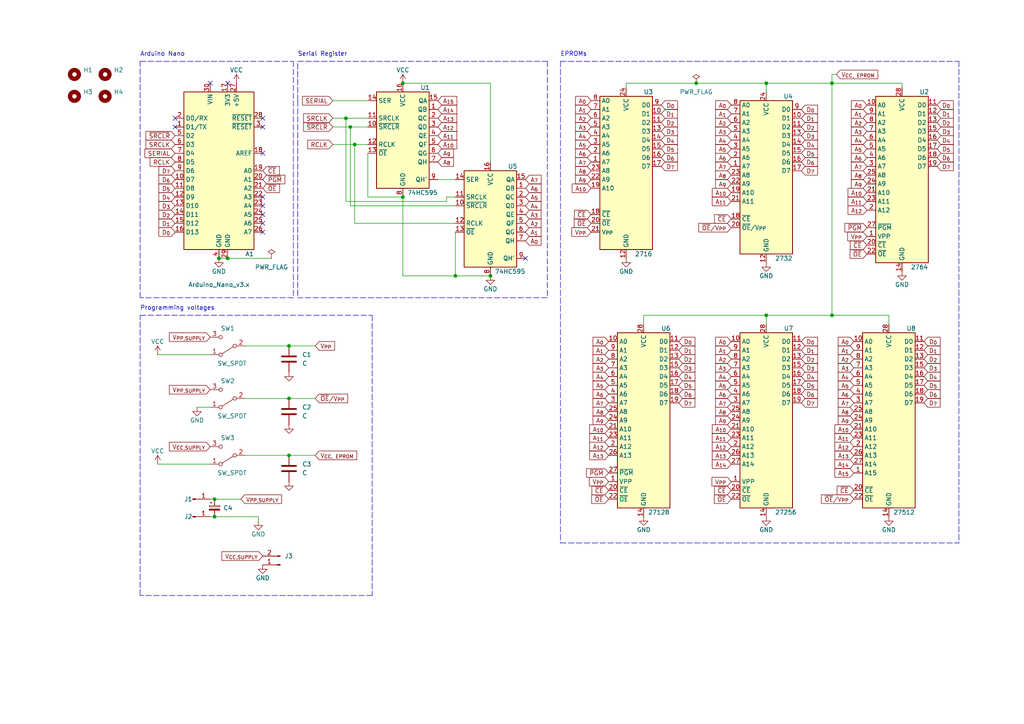
<source format=kicad_sch>
(kicad_sch (version 20211123) (generator eeschema)
  (paper "A4")
  (lib_symbols
    (symbol "74xx:74HC595"
      (property "Reference" "U" (at -7.62 13.97 0))
      (property "Value" "74HC595" (at -7.62 -16.51 0))
      (symbol "74HC595_1_0"
        (pin tri_state line (at 10.16 7.62 180) (length 2.54) (name "QB") (number "1"))
        (pin input line (at -10.16 2.54 0) (length 2.54) (name "~{SRCLR}") (number "10"))
        (pin input line (at -10.16 5.08 0) (length 2.54) (name "SRCLK") (number "11"))
        (pin input line (at -10.16 -2.54 0) (length 2.54) (name "RCLK") (number "12"))
        (pin input line (at -10.16 -5.08 0) (length 2.54) (name "~{OE}") (number "13"))
        (pin input line (at -10.16 10.16 0) (length 2.54) (name "SER") (number "14"))
        (pin tri_state line (at 10.16 10.16 180) (length 2.54) (name "QA") (number "15"))
        (pin power_in line (at 0 15.24 270) (length 2.54) (name "VCC") (number "16"))
        (pin tri_state line (at 10.16 5.08 180) (length 2.54) (name "QC") (number "2"))
        (pin tri_state line (at 10.16 2.54 180) (length 2.54) (name "QD") (number "3"))
        (pin tri_state line (at 10.16 0 180) (length 2.54) (name "QE") (number "4"))
        (pin tri_state line (at 10.16 -2.54 180) (length 2.54) (name "QF") (number "5"))
        (pin tri_state line (at 10.16 -5.08 180) (length 2.54) (name "QG") (number "6"))
        (pin tri_state line (at 10.16 -7.62 180) (length 2.54) (name "QH") (number "7"))
        (pin power_in line (at 0 -17.78 90) (length 2.54) (name "GND") (number "8"))
        (pin output line (at 10.16 -12.7 180) (length 2.54) (name "QH'") (number "9"))
      )
    )
    (symbol "Connector:Conn_01x01_Male" (pin_names (offset 1.016) hide)
      (property "Reference" "J" (at 0 2.54 0))
      (property "Value" "Conn_01x01_Male" (at 0 -2.54 0))
      (symbol "Conn_01x01_Male_1_1"
        (pin passive line (at 5.08 0 180) (length 3.81) (name "Pin_1") (number "1"))
      )
    )
    (symbol "Connector:Conn_01x02_Male" (pin_names (offset 1.016) hide)
      (property "Reference" "J" (at 0 2.54 0))
      (property "Value" "Conn_01x02_Male" (at 0 -5.08 0))
      (symbol "Conn_01x02_Male_1_1"
        (pin passive line (at 5.08 0 180) (length 3.81) (name "Pin_1") (number "1"))
        (pin passive line (at 5.08 -2.54 180) (length 3.81) (name "Pin_2") (number "2"))
      )
    )
    (symbol "Device:C" (pin_numbers hide) (pin_names (offset 0.254))
      (property "Reference" "C" (at 0.635 2.54 0))
      (property "Value" "C" (at 0.635 -2.54 0))
      (symbol "C_1_1"
        (pin passive line (at 0 3.81 270) (length 2.794) (name "~") (number "1"))
        (pin passive line (at 0 -3.81 90) (length 2.794) (name "~") (number "2"))
      )
    )
    (symbol "Device:C_Polarized_Small" (pin_numbers hide) (pin_names (offset 0.254) hide)
      (property "Reference" "C" (at 0.254 1.778 0))
      (property "Value" "C_Polarized_Small" (at 0.254 -2.032 0))
      (symbol "C_Polarized_Small_1_1"
        (pin passive line (at 0 2.54 270) (length 1.8542) (name "~") (number "1"))
        (pin passive line (at 0 -2.54 90) (length 1.8542) (name "~") (number "2"))
      )
    )
    (symbol "MCU_Module:Arduino_Nano_v3.x"
      (property "Reference" "A" (at -10.16 23.495 0))
      (property "Value" "Arduino_Nano_v3.x" (at 5.08 -24.13 0))
      (symbol "Arduino_Nano_v3.x_1_1"
        (pin bidirectional line (at -12.7 12.7 0) (length 2.54) (name "D1/TX") (number "1"))
        (pin bidirectional line (at -12.7 -2.54 0) (length 2.54) (name "D7") (number "10"))
        (pin bidirectional line (at -12.7 -5.08 0) (length 2.54) (name "D8") (number "11"))
        (pin bidirectional line (at -12.7 -7.62 0) (length 2.54) (name "D9") (number "12"))
        (pin bidirectional line (at -12.7 -10.16 0) (length 2.54) (name "D10") (number "13"))
        (pin bidirectional line (at -12.7 -12.7 0) (length 2.54) (name "D11") (number "14"))
        (pin bidirectional line (at -12.7 -15.24 0) (length 2.54) (name "D12") (number "15"))
        (pin bidirectional line (at -12.7 -17.78 0) (length 2.54) (name "D13") (number "16"))
        (pin power_out line (at 2.54 25.4 270) (length 2.54) (name "3V3") (number "17"))
        (pin input line (at 12.7 5.08 180) (length 2.54) (name "AREF") (number "18"))
        (pin bidirectional line (at 12.7 0 180) (length 2.54) (name "A0") (number "19"))
        (pin bidirectional line (at -12.7 15.24 0) (length 2.54) (name "D0/RX") (number "2"))
        (pin bidirectional line (at 12.7 -2.54 180) (length 2.54) (name "A1") (number "20"))
        (pin bidirectional line (at 12.7 -5.08 180) (length 2.54) (name "A2") (number "21"))
        (pin bidirectional line (at 12.7 -7.62 180) (length 2.54) (name "A3") (number "22"))
        (pin bidirectional line (at 12.7 -10.16 180) (length 2.54) (name "A4") (number "23"))
        (pin bidirectional line (at 12.7 -12.7 180) (length 2.54) (name "A5") (number "24"))
        (pin bidirectional line (at 12.7 -15.24 180) (length 2.54) (name "A6") (number "25"))
        (pin bidirectional line (at 12.7 -17.78 180) (length 2.54) (name "A7") (number "26"))
        (pin power_out line (at 5.08 25.4 270) (length 2.54) (name "+5V") (number "27"))
        (pin input line (at 12.7 15.24 180) (length 2.54) (name "~{RESET}") (number "28"))
        (pin power_in line (at 2.54 -25.4 90) (length 2.54) (name "GND") (number "29"))
        (pin input line (at 12.7 12.7 180) (length 2.54) (name "~{RESET}") (number "3"))
        (pin power_in line (at -2.54 25.4 270) (length 2.54) (name "VIN") (number "30"))
        (pin power_in line (at 0 -25.4 90) (length 2.54) (name "GND") (number "4"))
        (pin bidirectional line (at -12.7 10.16 0) (length 2.54) (name "D2") (number "5"))
        (pin bidirectional line (at -12.7 7.62 0) (length 2.54) (name "D3") (number "6"))
        (pin bidirectional line (at -12.7 5.08 0) (length 2.54) (name "D4") (number "7"))
        (pin bidirectional line (at -12.7 2.54 0) (length 2.54) (name "D5") (number "8"))
        (pin bidirectional line (at -12.7 0 0) (length 2.54) (name "D6") (number "9"))
      )
    )
    (symbol "Mechanical:MountingHole" (pin_names (offset 1.016))
      (property "Reference" "H" (at 0 5.08 0))
      (property "Value" "MountingHole" (at 0 3.175 0))
    )
    (symbol "Memory_EPROM:27128"
      (property "Reference" "U" (at -7.62 26.67 0))
      (property "Value" "27128" (at 2.54 -26.67 0))
      (symbol "27128_1_1"
        (pin input line (at -10.16 -17.78 0) (length 2.54) (name "VPP") (number "1"))
        (pin input line (at -10.16 22.86 0) (length 2.54) (name "A0") (number "10"))
        (pin tri_state line (at 10.16 22.86 180) (length 2.54) (name "D0") (number "11"))
        (pin tri_state line (at 10.16 20.32 180) (length 2.54) (name "D1") (number "12"))
        (pin tri_state line (at 10.16 17.78 180) (length 2.54) (name "D2") (number "13"))
        (pin power_in line (at 0 -27.94 90) (length 2.54) (name "GND") (number "14"))
        (pin tri_state line (at 10.16 15.24 180) (length 2.54) (name "D3") (number "15"))
        (pin tri_state line (at 10.16 12.7 180) (length 2.54) (name "D4") (number "16"))
        (pin tri_state line (at 10.16 10.16 180) (length 2.54) (name "D5") (number "17"))
        (pin tri_state line (at 10.16 7.62 180) (length 2.54) (name "D6") (number "18"))
        (pin tri_state line (at 10.16 5.08 180) (length 2.54) (name "D7") (number "19"))
        (pin input line (at -10.16 -7.62 0) (length 2.54) (name "A12") (number "2"))
        (pin input line (at -10.16 -20.32 0) (length 2.54) (name "~{CE}") (number "20"))
        (pin input line (at -10.16 -2.54 0) (length 2.54) (name "A10") (number "21"))
        (pin input line (at -10.16 -22.86 0) (length 2.54) (name "~{OE}") (number "22"))
        (pin input line (at -10.16 -5.08 0) (length 2.54) (name "A11") (number "23"))
        (pin input line (at -10.16 0 0) (length 2.54) (name "A9") (number "24"))
        (pin input line (at -10.16 2.54 0) (length 2.54) (name "A8") (number "25"))
        (pin input line (at -10.16 -10.16 0) (length 2.54) (name "A13") (number "26"))
        (pin input line (at -10.16 -15.24 0) (length 2.54) (name "~{PGM}") (number "27"))
        (pin power_in line (at 0 27.94 270) (length 2.54) (name "VCC") (number "28"))
        (pin input line (at -10.16 5.08 0) (length 2.54) (name "A7") (number "3"))
        (pin input line (at -10.16 7.62 0) (length 2.54) (name "A6") (number "4"))
        (pin input line (at -10.16 10.16 0) (length 2.54) (name "A5") (number "5"))
        (pin input line (at -10.16 12.7 0) (length 2.54) (name "A4") (number "6"))
        (pin input line (at -10.16 15.24 0) (length 2.54) (name "A3") (number "7"))
        (pin input line (at -10.16 17.78 0) (length 2.54) (name "A2") (number "8"))
        (pin input line (at -10.16 20.32 0) (length 2.54) (name "A1") (number "9"))
      )
    )
    (symbol "Memory_EPROM:2716"
      (property "Reference" "U" (at 5.08 26.67 0))
      (property "Value" "2716" (at 2.54 -20.32 0))
      (symbol "2716_1_1"
        (pin input line (at -10.16 6.35 0) (length 2.54) (name "A7") (number "1"))
        (pin tri_state line (at 10.16 20.32 180) (length 2.54) (name "D1") (number "10"))
        (pin tri_state line (at 10.16 17.78 180) (length 2.54) (name "D2") (number "11"))
        (pin power_in line (at 0 -21.59 90) (length 2.54) (name "GND") (number "12"))
        (pin tri_state line (at 10.16 15.24 180) (length 2.54) (name "D3") (number "13"))
        (pin tri_state line (at 10.16 12.7 180) (length 2.54) (name "D4") (number "14"))
        (pin tri_state line (at 10.16 10.16 180) (length 2.54) (name "D5") (number "15"))
        (pin tri_state line (at 10.16 7.62 180) (length 2.54) (name "D6") (number "16"))
        (pin tri_state line (at 10.16 5.08 180) (length 2.54) (name "D7") (number "17"))
        (pin input line (at -10.16 -8.89 0) (length 2.54) (name "~{CE}") (number "18"))
        (pin input line (at -10.16 -1.27 0) (length 2.54) (name "A10") (number "19"))
        (pin input line (at -10.16 8.89 0) (length 2.54) (name "A6") (number "2"))
        (pin input line (at -10.16 -11.43 0) (length 2.54) (name "~{OE}") (number "20"))
        (pin input line (at -10.16 -13.97 0) (length 2.54) (name "V_{PP}") (number "21"))
        (pin input line (at -10.16 1.27 0) (length 2.54) (name "A9") (number "22"))
        (pin input line (at -10.16 3.81 0) (length 2.54) (name "A8") (number "23"))
        (pin power_in line (at 0 27.94 270) (length 2.54) (name "VCC") (number "24"))
        (pin input line (at -10.16 11.43 0) (length 2.54) (name "A5") (number "3"))
        (pin input line (at -10.16 13.97 0) (length 2.54) (name "A4") (number "4"))
        (pin input line (at -10.16 16.51 0) (length 2.54) (name "A3") (number "5"))
        (pin input line (at -10.16 19.05 0) (length 2.54) (name "A2") (number "6"))
        (pin input line (at -10.16 21.59 0) (length 2.54) (name "A1") (number "7"))
        (pin input line (at -10.16 24.13 0) (length 2.54) (name "A0") (number "8"))
        (pin tri_state line (at 10.16 22.86 180) (length 2.54) (name "D0") (number "9"))
      )
    )
    (symbol "Memory_EPROM:27256"
      (property "Reference" "U" (at -7.62 26.67 0))
      (property "Value" "27256" (at 2.54 -26.67 0))
      (symbol "27256_1_1"
        (pin input line (at -10.16 -17.78 0) (length 2.54) (name "VPP") (number "1"))
        (pin input line (at -10.16 22.86 0) (length 2.54) (name "A0") (number "10"))
        (pin tri_state line (at 10.16 22.86 180) (length 2.54) (name "D0") (number "11"))
        (pin tri_state line (at 10.16 20.32 180) (length 2.54) (name "D1") (number "12"))
        (pin tri_state line (at 10.16 17.78 180) (length 2.54) (name "D2") (number "13"))
        (pin power_in line (at 0 -27.94 90) (length 2.54) (name "GND") (number "14"))
        (pin tri_state line (at 10.16 15.24 180) (length 2.54) (name "D3") (number "15"))
        (pin tri_state line (at 10.16 12.7 180) (length 2.54) (name "D4") (number "16"))
        (pin tri_state line (at 10.16 10.16 180) (length 2.54) (name "D5") (number "17"))
        (pin tri_state line (at 10.16 7.62 180) (length 2.54) (name "D6") (number "18"))
        (pin tri_state line (at 10.16 5.08 180) (length 2.54) (name "D7") (number "19"))
        (pin input line (at -10.16 -7.62 0) (length 2.54) (name "A12") (number "2"))
        (pin input line (at -10.16 -20.32 0) (length 2.54) (name "~{CE}") (number "20"))
        (pin input line (at -10.16 -2.54 0) (length 2.54) (name "A10") (number "21"))
        (pin input line (at -10.16 -22.86 0) (length 2.54) (name "~{OE}") (number "22"))
        (pin input line (at -10.16 -5.08 0) (length 2.54) (name "A11") (number "23"))
        (pin input line (at -10.16 0 0) (length 2.54) (name "A9") (number "24"))
        (pin input line (at -10.16 2.54 0) (length 2.54) (name "A8") (number "25"))
        (pin input line (at -10.16 -10.16 0) (length 2.54) (name "A13") (number "26"))
        (pin input line (at -10.16 -12.7 0) (length 2.54) (name "A14") (number "27"))
        (pin power_in line (at 0 27.94 270) (length 2.54) (name "VCC") (number "28"))
        (pin input line (at -10.16 5.08 0) (length 2.54) (name "A7") (number "3"))
        (pin input line (at -10.16 7.62 0) (length 2.54) (name "A6") (number "4"))
        (pin input line (at -10.16 10.16 0) (length 2.54) (name "A5") (number "5"))
        (pin input line (at -10.16 12.7 0) (length 2.54) (name "A4") (number "6"))
        (pin input line (at -10.16 15.24 0) (length 2.54) (name "A3") (number "7"))
        (pin input line (at -10.16 17.78 0) (length 2.54) (name "A2") (number "8"))
        (pin input line (at -10.16 20.32 0) (length 2.54) (name "A1") (number "9"))
      )
    )
    (symbol "Memory_EPROM:2732"
      (property "Reference" "U" (at 5.08 26.67 0))
      (property "Value" "2732" (at 2.54 -20.32 0))
      (symbol "2732_1_1"
        (pin input line (at -10.16 6.35 0) (length 2.54) (name "A7") (number "1"))
        (pin tri_state line (at 10.16 20.32 180) (length 2.54) (name "D1") (number "10"))
        (pin tri_state line (at 10.16 17.78 180) (length 2.54) (name "D2") (number "11"))
        (pin power_in line (at 0 -21.59 90) (length 2.54) (name "GND") (number "12"))
        (pin tri_state line (at 10.16 15.24 180) (length 2.54) (name "D3") (number "13"))
        (pin tri_state line (at 10.16 12.7 180) (length 2.54) (name "D4") (number "14"))
        (pin tri_state line (at 10.16 10.16 180) (length 2.54) (name "D5") (number "15"))
        (pin tri_state line (at 10.16 7.62 180) (length 2.54) (name "D6") (number "16"))
        (pin tri_state line (at 10.16 5.08 180) (length 2.54) (name "D7") (number "17"))
        (pin input line (at -10.16 -8.89 0) (length 2.54) (name "~{CE}") (number "18"))
        (pin input line (at -10.16 -1.27 0) (length 2.54) (name "A10") (number "19"))
        (pin input line (at -10.16 8.89 0) (length 2.54) (name "A6") (number "2"))
        (pin input line (at -10.16 -11.43 0) (length 2.54) (name "~{OE}/V_{PP}") (number "20"))
        (pin input line (at -10.16 -3.81 0) (length 2.54) (name "A11") (number "21"))
        (pin input line (at -10.16 1.27 0) (length 2.54) (name "A9") (number "22"))
        (pin input line (at -10.16 3.81 0) (length 2.54) (name "A8") (number "23"))
        (pin power_in line (at 0 27.94 270) (length 2.54) (name "VCC") (number "24"))
        (pin input line (at -10.16 11.43 0) (length 2.54) (name "A5") (number "3"))
        (pin input line (at -10.16 13.97 0) (length 2.54) (name "A4") (number "4"))
        (pin input line (at -10.16 16.51 0) (length 2.54) (name "A3") (number "5"))
        (pin input line (at -10.16 19.05 0) (length 2.54) (name "A2") (number "6"))
        (pin input line (at -10.16 21.59 0) (length 2.54) (name "A1") (number "7"))
        (pin input line (at -10.16 24.13 0) (length 2.54) (name "A0") (number "8"))
        (pin tri_state line (at 10.16 22.86 180) (length 2.54) (name "D0") (number "9"))
      )
    )
    (symbol "Memory_EPROM:27512"
      (property "Reference" "U" (at -7.62 26.67 0))
      (property "Value" "27512" (at 2.54 -26.67 0))
      (symbol "27512_1_1"
        (pin input line (at -10.16 -15.24 0) (length 2.54) (name "A15") (number "1"))
        (pin input line (at -10.16 22.86 0) (length 2.54) (name "A0") (number "10"))
        (pin tri_state line (at 10.16 22.86 180) (length 2.54) (name "D0") (number "11"))
        (pin tri_state line (at 10.16 20.32 180) (length 2.54) (name "D1") (number "12"))
        (pin tri_state line (at 10.16 17.78 180) (length 2.54) (name "D2") (number "13"))
        (pin power_in line (at 0 -27.94 90) (length 2.54) (name "GND") (number "14"))
        (pin tri_state line (at 10.16 15.24 180) (length 2.54) (name "D3") (number "15"))
        (pin tri_state line (at 10.16 12.7 180) (length 2.54) (name "D4") (number "16"))
        (pin tri_state line (at 10.16 10.16 180) (length 2.54) (name "D5") (number "17"))
        (pin tri_state line (at 10.16 7.62 180) (length 2.54) (name "D6") (number "18"))
        (pin tri_state line (at 10.16 5.08 180) (length 2.54) (name "D7") (number "19"))
        (pin input line (at -10.16 -7.62 0) (length 2.54) (name "A12") (number "2"))
        (pin input line (at -10.16 -20.32 0) (length 2.54) (name "~{CE}") (number "20"))
        (pin input line (at -10.16 -2.54 0) (length 2.54) (name "A10") (number "21"))
        (pin input line (at -10.16 -22.86 0) (length 2.54) (name "~{OE}") (number "22"))
        (pin input line (at -10.16 -5.08 0) (length 2.54) (name "A11") (number "23"))
        (pin input line (at -10.16 0 0) (length 2.54) (name "A9") (number "24"))
        (pin input line (at -10.16 2.54 0) (length 2.54) (name "A8") (number "25"))
        (pin input line (at -10.16 -10.16 0) (length 2.54) (name "A13") (number "26"))
        (pin input line (at -10.16 -12.7 0) (length 2.54) (name "A14") (number "27"))
        (pin power_in line (at 0 27.94 270) (length 2.54) (name "VCC") (number "28"))
        (pin input line (at -10.16 5.08 0) (length 2.54) (name "A7") (number "3"))
        (pin input line (at -10.16 7.62 0) (length 2.54) (name "A6") (number "4"))
        (pin input line (at -10.16 10.16 0) (length 2.54) (name "A5") (number "5"))
        (pin input line (at -10.16 12.7 0) (length 2.54) (name "A4") (number "6"))
        (pin input line (at -10.16 15.24 0) (length 2.54) (name "A3") (number "7"))
        (pin input line (at -10.16 17.78 0) (length 2.54) (name "A2") (number "8"))
        (pin input line (at -10.16 20.32 0) (length 2.54) (name "A1") (number "9"))
      )
    )
    (symbol "Memory_EPROM:2764"
      (property "Reference" "U" (at -7.62 24.13 0))
      (property "Value" "2764" (at 2.54 -26.67 0))
      (symbol "2764_1_1"
        (pin input line (at -10.16 -17.78 0) (length 2.54) (name "VPP") (number "1"))
        (pin input line (at -10.16 20.32 0) (length 2.54) (name "A0") (number "10"))
        (pin tri_state line (at 10.16 20.32 180) (length 2.54) (name "D0") (number "11"))
        (pin tri_state line (at 10.16 17.78 180) (length 2.54) (name "D1") (number "12"))
        (pin tri_state line (at 10.16 15.24 180) (length 2.54) (name "D2") (number "13"))
        (pin power_in line (at 0 -27.94 90) (length 2.54) (name "GND") (number "14"))
        (pin tri_state line (at 10.16 12.7 180) (length 2.54) (name "D3") (number "15"))
        (pin tri_state line (at 10.16 10.16 180) (length 2.54) (name "D4") (number "16"))
        (pin tri_state line (at 10.16 7.62 180) (length 2.54) (name "D5") (number "17"))
        (pin tri_state line (at 10.16 5.08 180) (length 2.54) (name "D6") (number "18"))
        (pin tri_state line (at 10.16 2.54 180) (length 2.54) (name "D7") (number "19"))
        (pin input line (at -10.16 -10.16 0) (length 2.54) (name "A12") (number "2"))
        (pin input line (at -10.16 -20.32 0) (length 2.54) (name "~{CE}") (number "20"))
        (pin input line (at -10.16 -5.08 0) (length 2.54) (name "A10") (number "21"))
        (pin input line (at -10.16 -22.86 0) (length 2.54) (name "~{OE}") (number "22"))
        (pin input line (at -10.16 -7.62 0) (length 2.54) (name "A11") (number "23"))
        (pin input line (at -10.16 -2.54 0) (length 2.54) (name "A9") (number "24"))
        (pin input line (at -10.16 0 0) (length 2.54) (name "A8") (number "25"))
        (pin no_connect line (at 7.62 0 180) (length 2.54) hide (name "NC") (number "26"))
        (pin input line (at -10.16 -15.24 0) (length 2.54) (name "~{PGM}") (number "27"))
        (pin power_in line (at 0 25.4 270) (length 2.54) (name "VCC") (number "28"))
        (pin input line (at -10.16 2.54 0) (length 2.54) (name "A7") (number "3"))
        (pin input line (at -10.16 5.08 0) (length 2.54) (name "A6") (number "4"))
        (pin input line (at -10.16 7.62 0) (length 2.54) (name "A5") (number "5"))
        (pin input line (at -10.16 10.16 0) (length 2.54) (name "A4") (number "6"))
        (pin input line (at -10.16 12.7 0) (length 2.54) (name "A3") (number "7"))
        (pin input line (at -10.16 15.24 0) (length 2.54) (name "A2") (number "8"))
        (pin input line (at -10.16 17.78 0) (length 2.54) (name "A1") (number "9"))
      )
    )
    (symbol "Switch:SW_SPDT" (pin_names (offset 0) hide)
      (property "Reference" "SW" (at 0 4.318 0))
      (property "Value" "SW_SPDT" (at 0 -5.08 0))
      (symbol "SW_SPDT_1_1"
        (pin passive line (at 5.08 2.54 180) (length 2.54) (name "A") (number "1"))
        (pin passive line (at -5.08 0 0) (length 2.54) (name "B") (number "2"))
        (pin passive line (at 5.08 -2.54 180) (length 2.54) (name "C") (number "3"))
      )
    )
    (symbol "power:GND" (power) (pin_names (offset 0))
      (property "Value" "GND" (at 0 -3.81 0))
      (symbol "GND_1_1"
        (pin power_in line (at 0 0 270) (length 0) hide (name "GND") (number "1"))
      )
    )
    (symbol "power:PWR_FLAG" (power) (pin_numbers hide) (pin_names (offset 0) hide)
      (property "Value" "PWR_FLAG" (at 0 3.81 0))
      (symbol "PWR_FLAG_0_0"
        (pin power_out line (at 0 0 90) (length 0) (name "pwr") (number "1"))
      )
    )
    (symbol "power:VCC" (power) (pin_names (offset 0))
      (property "Value" "VCC" (at 0 3.81 0))
      (symbol "VCC_1_1"
        (pin power_in line (at 0 0 90) (length 0) hide (name "VCC") (number "1"))
      )
    )
  )
  (junction (at 241.3 24.13))
  (junction (at 222.25 91.44))
  (junction (at 66.04 74.93))
  (junction (at 132.08 80.01))
  (junction (at 62.23 149.86))
  (junction (at 83.82 132.08))
  (junction (at 83.82 100.33))
  (junction (at 102.87 41.91))
  (junction (at 116.84 24.13))
  (junction (at 116.84 57.15))
  (junction (at 101.6 36.83))
  (junction (at 222.25 24.13))
  (junction (at 83.82 115.57))
  (junction (at 241.3 91.44))
  (junction (at 201.93 24.13))
  (junction (at 142.24 80.01))
  (junction (at 63.5 74.93))
  (junction (at 62.23 144.78))
  (junction (at 100.33 34.29))
  (no_connect (at 76.2 36.83))
  (no_connect (at 76.2 64.77))
  (no_connect (at 66.04 24.13))
  (no_connect (at 76.2 62.23))
  (no_connect (at 76.2 44.45))
  (no_connect (at 76.2 57.15))
  (no_connect (at 50.8 36.83))
  (no_connect (at 76.2 67.31))
  (no_connect (at 76.2 59.69))
  (no_connect (at 60.96 24.13))
  (no_connect (at 152.4 74.93))
  (no_connect (at 76.2 34.29))
  (no_connect (at 50.8 34.29))
  (wire (pts (xy 63.5 74.93) (xy 66.04 74.93)))
  (wire (pts (xy 102.87 64.77) (xy 102.87 41.91)))
  (wire (pts (xy 132.08 57.15) (xy 129.54 57.15)))
  (wire (pts (xy 132.08 59.69) (xy 101.6 59.69)))
  (polyline (pts (xy 40.64 17.78) (xy 85.09 17.78)))
  (wire (pts (xy 71.12 100.33) (xy 83.82 100.33)))
  (wire (pts (xy 241.3 21.59) (xy 241.3 24.13)))
  (wire (pts (xy 261.62 25.4) (xy 261.62 24.13)))
  (polyline (pts (xy 86.36 29.21) (xy 86.36 86.36)))
  (wire (pts (xy 129.54 57.15) (xy 129.54 58.42)))
  (wire (pts (xy 142.24 24.13) (xy 116.84 24.13)))
  (polyline (pts (xy 40.64 91.44) (xy 107.95 91.44)))
  (wire (pts (xy 257.81 91.44) (xy 257.81 93.98)))
  (wire (pts (xy 45.72 102.87) (xy 60.96 102.87)))
  (wire (pts (xy 186.69 91.44) (xy 222.25 91.44)))
  (wire (pts (xy 132.08 64.77) (xy 102.87 64.77)))
  (polyline (pts (xy 85.09 86.36) (xy 40.64 86.36)))
  (wire (pts (xy 60.96 144.78) (xy 62.23 144.78)))
  (polyline (pts (xy 278.13 17.78) (xy 278.13 157.48)))
  (wire (pts (xy 91.44 132.08) (xy 83.82 132.08)))
  (wire (pts (xy 96.52 29.21) (xy 106.68 29.21)))
  (wire (pts (xy 62.23 144.78) (xy 69.85 144.78)))
  (polyline (pts (xy 86.36 29.21) (xy 86.36 17.78)))
  (wire (pts (xy 57.15 118.11) (xy 60.96 118.11)))
  (wire (pts (xy 186.69 93.98) (xy 186.69 91.44)))
  (wire (pts (xy 106.68 57.15) (xy 116.84 57.15)))
  (wire (pts (xy 242.57 21.59) (xy 241.3 21.59)))
  (wire (pts (xy 116.84 57.15) (xy 116.84 80.01)))
  (wire (pts (xy 142.24 46.99) (xy 142.24 24.13)))
  (wire (pts (xy 96.52 41.91) (xy 102.87 41.91)))
  (polyline (pts (xy 86.36 17.78) (xy 158.75 17.78)))
  (wire (pts (xy 181.61 24.13) (xy 181.61 25.4)))
  (wire (pts (xy 241.3 91.44) (xy 257.81 91.44)))
  (wire (pts (xy 106.68 44.45) (xy 106.68 57.15)))
  (wire (pts (xy 96.52 34.29) (xy 100.33 34.29)))
  (wire (pts (xy 241.3 24.13) (xy 241.3 91.44)))
  (wire (pts (xy 60.96 149.86) (xy 62.23 149.86)))
  (wire (pts (xy 116.84 80.01) (xy 132.08 80.01)))
  (wire (pts (xy 71.12 115.57) (xy 83.82 115.57)))
  (wire (pts (xy 74.93 151.13) (xy 74.93 149.86)))
  (wire (pts (xy 129.54 58.42) (xy 100.33 58.42)))
  (wire (pts (xy 222.25 24.13) (xy 201.93 24.13)))
  (wire (pts (xy 222.25 91.44) (xy 241.3 91.44)))
  (wire (pts (xy 45.72 134.62) (xy 60.96 134.62)))
  (polyline (pts (xy 40.64 44.45) (xy 40.64 17.78)))
  (wire (pts (xy 201.93 24.13) (xy 181.61 24.13)))
  (wire (pts (xy 62.23 149.86) (xy 74.93 149.86)))
  (polyline (pts (xy 162.56 17.78) (xy 278.13 17.78)))
  (wire (pts (xy 91.44 115.57) (xy 83.82 115.57)))
  (wire (pts (xy 102.87 41.91) (xy 106.68 41.91)))
  (wire (pts (xy 100.33 34.29) (xy 106.68 34.29)))
  (wire (pts (xy 132.08 67.31) (xy 132.08 80.01)))
  (wire (pts (xy 96.52 36.83) (xy 101.6 36.83)))
  (polyline (pts (xy 158.75 17.78) (xy 158.75 86.36)))
  (polyline (pts (xy 40.64 172.72) (xy 40.64 91.44)))
  (wire (pts (xy 222.25 26.67) (xy 222.25 24.13)))
  (polyline (pts (xy 107.95 172.72) (xy 40.64 172.72)))
  (polyline (pts (xy 107.95 91.44) (xy 107.95 172.72)))
  (wire (pts (xy 101.6 59.69) (xy 101.6 36.83)))
  (wire (pts (xy 66.04 74.93) (xy 78.74 74.93)))
  (wire (pts (xy 132.08 80.01) (xy 142.24 80.01)))
  (wire (pts (xy 100.33 34.29) (xy 100.33 58.42)))
  (wire (pts (xy 127 52.07) (xy 132.08 52.07)))
  (wire (pts (xy 222.25 24.13) (xy 241.3 24.13)))
  (polyline (pts (xy 162.56 157.48) (xy 278.13 157.48)))
  (wire (pts (xy 222.25 91.44) (xy 222.25 93.98)))
  (wire (pts (xy 241.3 24.13) (xy 261.62 24.13)))
  (polyline (pts (xy 40.64 86.36) (xy 40.64 44.45)))
  (wire (pts (xy 101.6 36.83) (xy 106.68 36.83)))
  (wire (pts (xy 91.44 100.33) (xy 83.82 100.33)))
  (polyline (pts (xy 158.75 86.36) (xy 86.36 86.36)))
  (polyline (pts (xy 85.09 17.78) (xy 85.09 86.36)))
  (polyline (pts (xy 162.56 17.78) (xy 162.56 157.48)))
  (wire (pts (xy 71.12 132.08) (xy 83.82 132.08)))
  (text "EPROMs" (at 162.56 16.51 0) (effects (font (size 1.27 1.27)) (justify left bottom)))
  (text "Serial Register" (at 86.36 16.51 0) (effects (font (size 1.27 1.27)) (justify left bottom)))
  (text "Programming voltages" (at 40.64 90.17 0) (effects (font (size 1.27 1.27)) (justify left bottom)))
  (text "Arduino Nano" (at 40.64 16.51 0) (effects (font (size 1.27 1.27)) (justify left bottom)))
  (global_label "~{CE}" (shape input) (at 247.65 142.24 180) (property "Intersheet References" "${INTERSHEET_REFS}" (effects hide)))
  (global_label "A_{14}" (shape input) (at 212.09 134.62 180) (property "Intersheet References" "${INTERSHEET_REFS}" (effects hide)))
  (global_label "A_{2}" (shape input) (at 251.46 35.56 180) (property "Intersheet References" "${INTERSHEET_REFS}" (effects hide)))
  (global_label "A_{15}" (shape input) (at 247.65 137.16 180) (property "Intersheet References" "${INTERSHEET_REFS}" (effects hide)))
  (global_label "D_{7}" (shape input) (at 271.78 48.26 0) (property "Intersheet References" "${INTERSHEET_REFS}" (effects hide)))
  (global_label "RCLK" (shape input) (at 96.52 41.91 180) (property "Intersheet References" "${INTERSHEET_REFS}" (effects hide)))
  (global_label "A_{12}" (shape input) (at 247.65 129.54 180) (property "Intersheet References" "${INTERSHEET_REFS}" (effects hide)))
  (global_label "A_{6}" (shape input) (at 152.4 54.61 0) (property "Intersheet References" "${INTERSHEET_REFS}" (effects hide)))
  (global_label "A_{13}" (shape input) (at 127 34.29 0) (property "Intersheet References" "${INTERSHEET_REFS}" (effects hide)))
  (global_label "~{OE}" (shape input) (at 171.45 64.77 180) (property "Intersheet References" "${INTERSHEET_REFS}" (effects hide)))
  (global_label "A_{12}" (shape input) (at 127 36.83 0) (property "Intersheet References" "${INTERSHEET_REFS}" (effects hide)))
  (global_label "D_{7}" (shape input) (at 50.8 49.53 180) (property "Intersheet References" "${INTERSHEET_REFS}" (effects hide)))
  (global_label "A_{8}" (shape input) (at 127 46.99 0) (property "Intersheet References" "${INTERSHEET_REFS}" (effects hide)))
  (global_label "V_{CC,SUPPLY}" (shape input) (at 76.2 161.29 180) (property "Intersheet References" "${INTERSHEET_REFS}" (effects hide)))
  (global_label "A_{9}" (shape input) (at 171.45 52.07 180) (property "Intersheet References" "${INTERSHEET_REFS}" (effects hide)))
  (global_label "A_{8}" (shape input) (at 247.65 119.38 180) (property "Intersheet References" "${INTERSHEET_REFS}" (effects hide)))
  (global_label "A_{3}" (shape input) (at 176.53 106.68 180) (property "Intersheet References" "${INTERSHEET_REFS}" (effects hide)))
  (global_label "D_{0}" (shape input) (at 271.78 30.48 0) (property "Intersheet References" "${INTERSHEET_REFS}" (effects hide)))
  (global_label "A_{4}" (shape input) (at 152.4 59.69 0) (property "Intersheet References" "${INTERSHEET_REFS}" (effects hide)))
  (global_label "~{CE}" (shape input) (at 171.45 62.23 180) (property "Intersheet References" "${INTERSHEET_REFS}" (effects hide)))
  (global_label "A_{1}" (shape input) (at 247.65 101.6 180) (property "Intersheet References" "${INTERSHEET_REFS}" (effects hide)))
  (global_label "D_{1}" (shape input) (at 232.41 101.6 0) (property "Intersheet References" "${INTERSHEET_REFS}" (effects hide)))
  (global_label "SERIAL" (shape input) (at 96.52 29.21 180) (property "Intersheet References" "${INTERSHEET_REFS}" (effects hide)))
  (global_label "RCLK" (shape input) (at 50.8 46.99 180) (property "Intersheet References" "${INTERSHEET_REFS}" (effects hide)))
  (global_label "D_{6}" (shape input) (at 267.97 114.3 0) (property "Intersheet References" "${INTERSHEET_REFS}" (effects hide)))
  (global_label "A_{12}" (shape input) (at 176.53 129.54 180) (property "Intersheet References" "${INTERSHEET_REFS}" (effects hide)))
  (global_label "A_{7}" (shape input) (at 176.53 116.84 180) (property "Intersheet References" "${INTERSHEET_REFS}" (effects hide)))
  (global_label "A_{9}" (shape input) (at 212.09 121.92 180) (property "Intersheet References" "${INTERSHEET_REFS}" (effects hide)))
  (global_label "A_{10}" (shape input) (at 176.53 124.46 180) (property "Intersheet References" "${INTERSHEET_REFS}" (effects hide)))
  (global_label "A_{1}" (shape input) (at 176.53 101.6 180) (property "Intersheet References" "${INTERSHEET_REFS}" (effects hide)))
  (global_label "~{PGM}" (shape input) (at 176.53 137.16 180) (property "Intersheet References" "${INTERSHEET_REFS}" (effects hide)))
  (global_label "A_{1}" (shape input) (at 171.45 31.75 180) (property "Intersheet References" "${INTERSHEET_REFS}" (effects hide)))
  (global_label "~{CE}" (shape input) (at 212.09 142.24 180) (property "Intersheet References" "${INTERSHEET_REFS}" (effects hide)))
  (global_label "A_{8}" (shape input) (at 171.45 49.53 180) (property "Intersheet References" "${INTERSHEET_REFS}" (effects hide)))
  (global_label "A_{2}" (shape input) (at 171.45 34.29 180) (property "Intersheet References" "${INTERSHEET_REFS}" (effects hide)))
  (global_label "A_{3}" (shape input) (at 152.4 62.23 0) (property "Intersheet References" "${INTERSHEET_REFS}" (effects hide)))
  (global_label "D_{7}" (shape input) (at 191.77 48.26 0) (property "Intersheet References" "${INTERSHEET_REFS}" (effects hide)))
  (global_label "A_{9}" (shape input) (at 127 44.45 0) (property "Intersheet References" "${INTERSHEET_REFS}" (effects hide)))
  (global_label "A_{5}" (shape input) (at 171.45 41.91 180) (property "Intersheet References" "${INTERSHEET_REFS}" (effects hide)))
  (global_label "A_{6}" (shape input) (at 171.45 44.45 180) (property "Intersheet References" "${INTERSHEET_REFS}" (effects hide)))
  (global_label "A_{8}" (shape input) (at 176.53 119.38 180) (property "Intersheet References" "${INTERSHEET_REFS}" (effects hide)))
  (global_label "A_{4}" (shape input) (at 247.65 109.22 180) (property "Intersheet References" "${INTERSHEET_REFS}" (effects hide)))
  (global_label "SRCLK" (shape input) (at 96.52 34.29 180) (property "Intersheet References" "${INTERSHEET_REFS}" (effects hide)))
  (global_label "V_{PP}" (shape input) (at 91.44 100.33 0) (property "Intersheet References" "${INTERSHEET_REFS}" (effects hide)))
  (global_label "A_{5}" (shape input) (at 152.4 57.15 0) (property "Intersheet References" "${INTERSHEET_REFS}" (effects hide)))
  (global_label "D_{4}" (shape input) (at 232.41 109.22 0) (property "Intersheet References" "${INTERSHEET_REFS}" (effects hide)))
  (global_label "A_{4}" (shape input) (at 212.09 40.64 180) (property "Intersheet References" "${INTERSHEET_REFS}" (effects hide)))
  (global_label "D_{6}" (shape input) (at 232.41 46.99 0) (property "Intersheet References" "${INTERSHEET_REFS}" (effects hide)))
  (global_label "D_{6}" (shape input) (at 232.41 114.3 0) (property "Intersheet References" "${INTERSHEET_REFS}" (effects hide)))
  (global_label "~{OE}" (shape input) (at 251.46 73.66 180) (property "Intersheet References" "${INTERSHEET_REFS}" (effects hide)))
  (global_label "D_{2}" (shape input) (at 196.85 104.14 0) (property "Intersheet References" "${INTERSHEET_REFS}" (effects hide)))
  (global_label "A_{2}" (shape input) (at 212.09 35.56 180) (property "Intersheet References" "${INTERSHEET_REFS}" (effects hide)))
  (global_label "A_{12}" (shape input) (at 212.09 129.54 180) (property "Intersheet References" "${INTERSHEET_REFS}" (effects hide)))
  (global_label "V_{PP,SUPPLY}" (shape input) (at 60.96 113.03 180) (property "Intersheet References" "${INTERSHEET_REFS}" (effects hide)))
  (global_label "~{OE}" (shape input) (at 176.53 144.78 180) (property "Intersheet References" "${INTERSHEET_REFS}" (effects hide)))
  (global_label "D_{7}" (shape input) (at 267.97 116.84 0) (property "Intersheet References" "${INTERSHEET_REFS}" (effects hide)))
  (global_label "A_{6}" (shape input) (at 212.09 114.3 180) (property "Intersheet References" "${INTERSHEET_REFS}" (effects hide)))
  (global_label "A_{15}" (shape input) (at 127 29.21 0) (property "Intersheet References" "${INTERSHEET_REFS}" (effects hide)))
  (global_label "A_{13}" (shape input) (at 212.09 132.08 180) (property "Intersheet References" "${INTERSHEET_REFS}" (effects hide)))
  (global_label "A_{10}" (shape input) (at 212.09 55.88 180) (property "Intersheet References" "${INTERSHEET_REFS}" (effects hide)))
  (global_label "A_{7}" (shape input) (at 152.4 52.07 0) (property "Intersheet References" "${INTERSHEET_REFS}" (effects hide)))
  (global_label "~{OE}" (shape input) (at 212.09 144.78 180) (property "Intersheet References" "${INTERSHEET_REFS}" (effects hide)))
  (global_label "~{OE}{slash}V_{PP}" (shape input) (at 91.44 115.57 0) (property "Intersheet References" "${INTERSHEET_REFS}" (effects hide)))
  (global_label "D_{3}" (shape input) (at 191.77 38.1 0) (property "Intersheet References" "${INTERSHEET_REFS}" (effects hide)))
  (global_label "A_{9}" (shape input) (at 247.65 121.92 180) (property "Intersheet References" "${INTERSHEET_REFS}" (effects hide)))
  (global_label "A_{1}" (shape input) (at 212.09 33.02 180) (property "Intersheet References" "${INTERSHEET_REFS}" (effects hide)))
  (global_label "D_{5}" (shape input) (at 50.8 54.61 180) (property "Intersheet References" "${INTERSHEET_REFS}" (effects hide)))
  (global_label "A_{11}" (shape input) (at 212.09 58.42 180) (property "Intersheet References" "${INTERSHEET_REFS}" (effects hide)))
  (global_label "D_{4}" (shape input) (at 196.85 109.22 0) (property "Intersheet References" "${INTERSHEET_REFS}" (effects hide)))
  (global_label "D_{3}" (shape input) (at 232.41 106.68 0) (property "Intersheet References" "${INTERSHEET_REFS}" (effects hide)))
  (global_label "A_{14}" (shape input) (at 247.65 134.62 180) (property "Intersheet References" "${INTERSHEET_REFS}" (effects hide)))
  (global_label "A_{11}" (shape input) (at 127 39.37 0) (property "Intersheet References" "${INTERSHEET_REFS}" (effects hide)))
  (global_label "D_{3}" (shape input) (at 271.78 38.1 0) (property "Intersheet References" "${INTERSHEET_REFS}" (effects hide)))
  (global_label "D_{3}" (shape input) (at 50.8 59.69 180) (property "Intersheet References" "${INTERSHEET_REFS}" (effects hide)))
  (global_label "D_{5}" (shape input) (at 232.41 44.45 0) (property "Intersheet References" "${INTERSHEET_REFS}" (effects hide)))
  (global_label "A_{4}" (shape input) (at 176.53 109.22 180) (property "Intersheet References" "${INTERSHEET_REFS}" (effects hide)))
  (global_label "~{OE}" (shape input) (at 76.2 54.61 0) (property "Intersheet References" "${INTERSHEET_REFS}" (effects hide)))
  (global_label "A_{5}" (shape input) (at 212.09 111.76 180) (property "Intersheet References" "${INTERSHEET_REFS}" (effects hide)))
  (global_label "A_{11}" (shape input) (at 176.53 127 180) (property "Intersheet References" "${INTERSHEET_REFS}" (effects hide)))
  (global_label "D_{3}" (shape input) (at 232.41 39.37 0) (property "Intersheet References" "${INTERSHEET_REFS}" (effects hide)))
  (global_label "V_{CC, EPROM}" (shape input) (at 242.57 21.59 0) (property "Intersheet References" "${INTERSHEET_REFS}" (effects hide)))
  (global_label "A_{10}" (shape input) (at 212.09 124.46 180) (property "Intersheet References" "${INTERSHEET_REFS}" (effects hide)))
  (global_label "D_{5}" (shape input) (at 267.97 111.76 0) (property "Intersheet References" "${INTERSHEET_REFS}" (effects hide)))
  (global_label "D_{5}" (shape input) (at 271.78 43.18 0) (property "Intersheet References" "${INTERSHEET_REFS}" (effects hide)))
  (global_label "~{CE}" (shape input) (at 76.2 49.53 0) (property "Intersheet References" "${INTERSHEET_REFS}" (effects hide)))
  (global_label "SERIAL" (shape input) (at 50.8 44.45 180) (property "Intersheet References" "${INTERSHEET_REFS}" (effects hide)))
  (global_label "A_{5}" (shape input) (at 212.09 43.18 180) (property "Intersheet References" "${INTERSHEET_REFS}" (effects hide)))
  (global_label "D_{2}" (shape input) (at 191.77 35.56 0) (property "Intersheet References" "${INTERSHEET_REFS}" (effects hide)))
  (global_label "~{OE}{slash}V_{PP}" (shape input) (at 247.65 144.78 180) (property "Intersheet References" "${INTERSHEET_REFS}" (effects hide)))
  (global_label "D_{1}" (shape input) (at 271.78 33.02 0) (property "Intersheet References" "${INTERSHEET_REFS}" (effects hide)))
  (global_label "A_{11}" (shape input) (at 251.46 58.42 180) (property "Intersheet References" "${INTERSHEET_REFS}" (effects hide)))
  (global_label "A_{3}" (shape input) (at 212.09 38.1 180) (property "Intersheet References" "${INTERSHEET_REFS}" (effects hide)))
  (global_label "A_{10}" (shape input) (at 251.46 55.88 180) (property "Intersheet References" "${INTERSHEET_REFS}" (effects hide)))
  (global_label "D_{5}" (shape input) (at 196.85 111.76 0) (property "Intersheet References" "${INTERSHEET_REFS}" (effects hide)))
  (global_label "D_{2}" (shape input) (at 271.78 35.56 0) (property "Intersheet References" "${INTERSHEET_REFS}" (effects hide)))
  (global_label "V_{CC,SUPPLY}" (shape input) (at 60.96 129.54 180) (property "Intersheet References" "${INTERSHEET_REFS}" (effects hide)))
  (global_label "D_{6}" (shape input) (at 271.78 45.72 0) (property "Intersheet References" "${INTERSHEET_REFS}" (effects hide)))
  (global_label "A_{0}" (shape input) (at 176.53 99.06 180) (property "Intersheet References" "${INTERSHEET_REFS}" (effects hide)))
  (global_label "V_{PP}" (shape input) (at 171.45 67.31 180) (property "Intersheet References" "${INTERSHEET_REFS}" (effects hide)))
  (global_label "A_{9}" (shape input) (at 251.46 53.34 180) (property "Intersheet References" "${INTERSHEET_REFS}" (effects hide)))
  (global_label "D_{4}" (shape input) (at 50.8 57.15 180) (property "Intersheet References" "${INTERSHEET_REFS}" (effects hide)))
  (global_label "A_{7}" (shape input) (at 171.45 46.99 180) (property "Intersheet References" "${INTERSHEET_REFS}" (effects hide)))
  (global_label "~{SRCLR}" (shape input) (at 50.8 39.37 180) (property "Intersheet References" "${INTERSHEET_REFS}" (effects hide)))
  (global_label "V_{CC, EPROM}" (shape input) (at 91.44 132.08 0) (property "Intersheet References" "${INTERSHEET_REFS}" (effects hide)))
  (global_label "A_{6}" (shape input) (at 247.65 114.3 180) (property "Intersheet References" "${INTERSHEET_REFS}" (effects hide)))
  (global_label "A_{9}" (shape input) (at 212.09 53.34 180) (property "Intersheet References" "${INTERSHEET_REFS}" (effects hide)))
  (global_label "~{PGM}" (shape input) (at 251.46 66.04 180) (property "Intersheet References" "${INTERSHEET_REFS}" (effects hide)))
  (global_label "A_{1}" (shape input) (at 251.46 33.02 180) (property "Intersheet References" "${INTERSHEET_REFS}" (effects hide)))
  (global_label "A_{4}" (shape input) (at 251.46 40.64 180) (property "Intersheet References" "${INTERSHEET_REFS}" (effects hide)))
  (global_label "A_{10}" (shape input) (at 171.45 54.61 180) (property "Intersheet References" "${INTERSHEET_REFS}" (effects hide)))
  (global_label "A_{10}" (shape input) (at 127 41.91 0) (property "Intersheet References" "${INTERSHEET_REFS}" (effects hide)))
  (global_label "~{SRCLR}" (shape input) (at 96.52 36.83 180) (property "Intersheet References" "${INTERSHEET_REFS}" (effects hide)))
  (global_label "D_{0}" (shape input) (at 232.41 99.06 0) (property "Intersheet References" "${INTERSHEET_REFS}" (effects hide)))
  (global_label "A_{7}" (shape input) (at 251.46 48.26 180) (property "Intersheet References" "${INTERSHEET_REFS}" (effects hide)))
  (global_label "A_{1}" (shape input) (at 212.09 101.6 180) (property "Intersheet References" "${INTERSHEET_REFS}" (effects hide)))
  (global_label "A_{9}" (shape input) (at 176.53 121.92 180) (property "Intersheet References" "${INTERSHEET_REFS}" (effects hide)))
  (global_label "V_{PP}" (shape input) (at 176.53 139.7 180) (property "Intersheet References" "${INTERSHEET_REFS}" (effects hide)))
  (global_label "D_{0}" (shape input) (at 196.85 99.06 0) (property "Intersheet References" "${INTERSHEET_REFS}" (effects hide)))
  (global_label "A_{2}" (shape input) (at 152.4 64.77 0) (property "Intersheet References" "${INTERSHEET_REFS}" (effects hide)))
  (global_label "D_{0}" (shape input) (at 232.41 31.75 0) (property "Intersheet References" "${INTERSHEET_REFS}" (effects hide)))
  (global_label "A_{5}" (shape input) (at 247.65 111.76 180) (property "Intersheet References" "${INTERSHEET_REFS}" (effects hide)))
  (global_label "A_{4}" (shape input) (at 171.45 39.37 180) (property "Intersheet References" "${INTERSHEET_REFS}" (effects hide)))
  (global_label "A_{0}" (shape input) (at 247.65 99.06 180) (property "Intersheet References" "${INTERSHEET_REFS}" (effects hide)))
  (global_label "A_{6}" (shape input) (at 212.09 45.72 180) (property "Intersheet References" "${INTERSHEET_REFS}" (effects hide)))
  (global_label "A_{4}" (shape input) (at 212.09 109.22 180) (property "Intersheet References" "${INTERSHEET_REFS}" (effects hide)))
  (global_label "A_{0}" (shape input) (at 212.09 30.48 180) (property "Intersheet References" "${INTERSHEET_REFS}" (effects hide)))
  (global_label "A_{3}" (shape input) (at 171.45 36.83 180) (property "Intersheet References" "${INTERSHEET_REFS}" (effects hide)))
  (global_label "A_{5}" (shape input) (at 176.53 111.76 180) (property "Intersheet References" "${INTERSHEET_REFS}" (effects hide)))
  (global_label "A_{3}" (shape input) (at 251.46 38.1 180) (property "Intersheet References" "${INTERSHEET_REFS}" (effects hide)))
  (global_label "D_{5}" (shape input) (at 191.77 43.18 0) (property "Intersheet References" "${INTERSHEET_REFS}" (effects hide)))
  (global_label "A_{2}" (shape input) (at 212.09 104.14 180) (property "Intersheet References" "${INTERSHEET_REFS}" (effects hide)))
  (global_label "A_{0}" (shape input) (at 212.09 99.06 180) (property "Intersheet References" "${INTERSHEET_REFS}" (effects hide)))
  (global_label "A_{8}" (shape input) (at 251.46 50.8 180) (property "Intersheet References" "${INTERSHEET_REFS}" (effects hide)))
  (global_label "D_{7}" (shape input) (at 232.41 49.53 0) (property "Intersheet References" "${INTERSHEET_REFS}" (effects hide)))
  (global_label "D_{0}" (shape input) (at 267.97 99.06 0) (property "Intersheet References" "${INTERSHEET_REFS}" (effects hide)))
  (global_label "A_{13}" (shape input) (at 176.53 132.08 180) (property "Intersheet References" "${INTERSHEET_REFS}" (effects hide)))
  (global_label "A_{6}" (shape input) (at 176.53 114.3 180) (property "Intersheet References" "${INTERSHEET_REFS}" (effects hide)))
  (global_label "A_{12}" (shape input) (at 251.46 60.96 180) (property "Intersheet References" "${INTERSHEET_REFS}" (effects hide)))
  (global_label "A_{3}" (shape input) (at 212.09 106.68 180) (property "Intersheet References" "${INTERSHEET_REFS}" (effects hide)))
  (global_label "A_{2}" (shape input) (at 176.53 104.14 180) (property "Intersheet References" "${INTERSHEET_REFS}" (effects hide)))
  (global_label "D_{4}" (shape input) (at 267.97 109.22 0) (property "Intersheet References" "${INTERSHEET_REFS}" (effects hide)))
  (global_label "A_{0}" (shape input) (at 171.45 29.21 180) (property "Intersheet References" "${INTERSHEET_REFS}" (effects hide)))
  (global_label "~{OE}{slash}V_{PP}" (shape input) (at 212.09 66.04 180) (property "Intersheet References" "${INTERSHEET_REFS}" (effects hide)))
  (global_label "A_{2}" (shape input) (at 247.65 104.14 180) (property "Intersheet References" "${INTERSHEET_REFS}" (effects hide)))
  (global_label "D_{1}" (shape input) (at 232.41 34.29 0) (property "Intersheet References" "${INTERSHEET_REFS}" (effects hide)))
  (global_label "D_{2}" (shape input) (at 50.8 62.23 180) (property "Intersheet References" "${INTERSHEET_REFS}" (effects hide)))
  (global_label "~{PGM}" (shape input) (at 76.2 52.07 0) (property "Intersheet References" "${INTERSHEET_REFS}" (effects hide)))
  (global_label "SRCLK" (shape input) (at 50.8 41.91 180) (property "Intersheet References" "${INTERSHEET_REFS}" (effects hide)))
  (global_label "A_{6}" (shape input) (at 251.46 45.72 180) (property "Intersheet References" "${INTERSHEET_REFS}" (effects hide)))
  (global_label "D_{0}" (shape input) (at 191.77 30.48 0) (property "Intersheet References" "${INTERSHEET_REFS}" (effects hide)))
  (global_label "D_{1}" (shape input) (at 191.77 33.02 0) (property "Intersheet References" "${INTERSHEET_REFS}" (effects hide)))
  (global_label "D_{1}" (shape input) (at 196.85 101.6 0) (property "Intersheet References" "${INTERSHEET_REFS}" (effects hide)))
  (global_label "D_{4}" (shape input) (at 191.77 40.64 0) (property "Intersheet References" "${INTERSHEET_REFS}" (effects hide)))
  (global_label "D_{5}" (shape input) (at 232.41 111.76 0) (property "Intersheet References" "${INTERSHEET_REFS}" (effects hide)))
  (global_label "A_{14}" (shape input) (at 127 31.75 0) (property "Intersheet References" "${INTERSHEET_REFS}" (effects hide)))
  (global_label "A_{13}" (shape input) (at 247.65 132.08 180) (property "Intersheet References" "${INTERSHEET_REFS}" (effects hide)))
  (global_label "A_{11}" (shape input) (at 247.65 127 180) (property "Intersheet References" "${INTERSHEET_REFS}" (effects hide)))
  (global_label "D_{1}" (shape input) (at 50.8 64.77 180) (property "Intersheet References" "${INTERSHEET_REFS}" (effects hide)))
  (global_label "A_{7}" (shape input) (at 212.09 48.26 180) (property "Intersheet References" "${INTERSHEET_REFS}" (effects hide)))
  (global_label "A_{8}" (shape input) (at 212.09 119.38 180) (property "Intersheet References" "${INTERSHEET_REFS}" (effects hide)))
  (global_label "~{CE}" (shape input) (at 251.46 71.12 180) (property "Intersheet References" "${INTERSHEET_REFS}" (effects hide)))
  (global_label "D_{7}" (shape input) (at 196.85 116.84 0) (property "Intersheet References" "${INTERSHEET_REFS}" (effects hide)))
  (global_label "D_{6}" (shape input) (at 50.8 52.07 180) (property "Intersheet References" "${INTERSHEET_REFS}" (effects hide)))
  (global_label "D_{1}" (shape input) (at 267.97 101.6 0) (property "Intersheet References" "${INTERSHEET_REFS}" (effects hide)))
  (global_label "A_{10}" (shape input) (at 247.65 124.46 180) (property "Intersheet References" "${INTERSHEET_REFS}" (effects hide)))
  (global_label "A_{8}" (shape input) (at 212.09 50.8 180) (property "Intersheet References" "${INTERSHEET_REFS}" (effects hide)))
  (global_label "A_{7}" (shape input) (at 247.65 116.84 180) (property "Intersheet References" "${INTERSHEET_REFS}" (effects hide)))
  (global_label "A_{11}" (shape input) (at 212.09 127 180) (property "Intersheet References" "${INTERSHEET_REFS}" (effects hide)))
  (global_label "A_{0}" (shape input) (at 251.46 30.48 180) (property "Intersheet References" "${INTERSHEET_REFS}" (effects hide)))
  (global_label "V_{PP}" (shape input) (at 251.46 68.58 180) (property "Intersheet References" "${INTERSHEET_REFS}" (effects hide)))
  (global_label "D_{7}" (shape input) (at 232.41 116.84 0) (property "Intersheet References" "${INTERSHEET_REFS}" (effects hide)))
  (global_label "A_{7}" (shape input) (at 212.09 116.84 180) (property "Intersheet References" "${INTERSHEET_REFS}" (effects hide)))
  (global_label "A_{1}" (shape input) (at 152.4 67.31 0) (property "Intersheet References" "${INTERSHEET_REFS}" (effects hide)))
  (global_label "D_{2}" (shape input) (at 267.97 104.14 0) (property "Intersheet References" "${INTERSHEET_REFS}" (effects hide)))
  (global_label "D_{0}" (shape input) (at 50.8 67.31 180) (property "Intersheet References" "${INTERSHEET_REFS}" (effects hide)))
  (global_label "D_{6}" (shape input) (at 196.85 114.3 0) (property "Intersheet References" "${INTERSHEET_REFS}" (effects hide)))
  (global_label "A_{3}" (shape input) (at 247.65 106.68 180) (property "Intersheet References" "${INTERSHEET_REFS}" (effects hide)))
  (global_label "D_{3}" (shape input) (at 196.85 106.68 0) (property "Intersheet References" "${INTERSHEET_REFS}" (effects hide)))
  (global_label "V_{PP,SUPPLY}" (shape input) (at 69.85 144.78 0) (property "Intersheet References" "${INTERSHEET_REFS}" (effects hide)))
  (global_label "D_{2}" (shape input) (at 232.41 104.14 0) (property "Intersheet References" "${INTERSHEET_REFS}" (effects hide)))
  (global_label "D_{2}" (shape input) (at 232.41 36.83 0) (property "Intersheet References" "${INTERSHEET_REFS}" (effects hide)))
  (global_label "A_{0}" (shape input) (at 152.4 69.85 0) (property "Intersheet References" "${INTERSHEET_REFS}" (effects hide)))
  (global_label "D_{4}" (shape input) (at 271.78 40.64 0) (property "Intersheet References" "${INTERSHEET_REFS}" (effects hide)))
  (global_label "~{CE}" (shape input) (at 212.09 63.5 180) (property "Intersheet References" "${INTERSHEET_REFS}" (effects hide)))
  (global_label "A_{5}" (shape input) (at 251.46 43.18 180) (property "Intersheet References" "${INTERSHEET_REFS}" (effects hide)))
  (global_label "V_{PP}" (shape input) (at 212.09 139.7 180) (property "Intersheet References" "${INTERSHEET_REFS}" (effects hide)))
  (global_label "V_{PP,SUPPLY}" (shape input) (at 60.96 97.79 180) (property "Intersheet References" "${INTERSHEET_REFS}" (effects hide)))
  (global_label "D_{6}" (shape input) (at 191.77 45.72 0) (property "Intersheet References" "${INTERSHEET_REFS}" (effects hide)))
  (global_label "~{CE}" (shape input) (at 176.53 142.24 180) (property "Intersheet References" "${INTERSHEET_REFS}" (effects hide)))
  (global_label "D_{4}" (shape input) (at 232.41 41.91 0) (property "Intersheet References" "${INTERSHEET_REFS}" (effects hide)))
  (global_label "D_{3}" (shape input) (at 267.97 106.68 0) (property "Intersheet References" "${INTERSHEET_REFS}" (effects hide)))
  (symbol (lib_id "Memory_EPROM:27256") (at 222.25 121.92 0) (unit 1)
    (property "Reference" "U7" (at 227.33 95.25 0) (effects (justify left)))
    (property "Value" "27256" (at 224.79 148.59 0) (effects (justify left)))
    (property "Footprint" "Package_DIP:DIP-28_W15.24mm" (effects hide))
    (property "Datasheet" "http://datasheet.octopart.com/D27256-2-Intel-datasheet-17852618.pdf" (effects hide))
  )
  (symbol (lib_id "power:GND") (at 222.25 76.2 0) (unit 1)
    (property "Reference" "#PWR05" (effects hide))
    (property "Value" "GND" (at 222.25 80.01 0))
  )
  (symbol (lib_id "Switch:SW_SPDT") (at 66.04 100.33 180) (unit 1)
    (property "Reference" "SW1" (at 66.04 95.25 0))
    (property "Value" "SW_SPDT" (at 67.31 105.41 0))
    (property "Footprint" "Button_Switch_THT:SPDT_p2.54mm" (effects hide))
  )
  (symbol (lib_id "power:VCC") (at 45.72 102.87 0) (unit 1)
    (property "Reference" "#PWR08" (effects hide))
    (property "Value" "VCC" (at 45.72 99.06 0))
  )
  (symbol (lib_id "power:VCC") (at 45.72 134.62 0) (unit 1)
    (property "Reference" "#PWR012" (effects hide))
    (property "Value" "VCC" (at 45.72 130.81 0))
  )
  (symbol (lib_id "Device:C_Polarized_Small") (at 62.23 147.32 0) (unit 1)
    (property "Reference" "C4" (at 64.77 147.32 0) (effects (justify left)))
    (property "Value" "C_Polarized_Small" (effects hide))
    (property "Footprint" "Capacitor_THT:CP_Radial_D8.0mm_P3.50mm" (effects hide))
  )
  (symbol (lib_id "Device:C") (at 83.82 119.38 0) (unit 1)
    (property "Reference" "C2" (at 87.63 118.1099 0) (effects (justify left)))
    (property "Value" "C" (at 87.63 120.6499 0) (effects (justify left)))
    (property "Footprint" "Capacitor_THT:C_Disc_D9.0mm_W2.5mm_P5.00mm" (effects hide))
  )
  (symbol (lib_id "power:GND") (at 142.24 80.01 0) (unit 1)
    (property "Reference" "#PWR07" (effects hide))
    (property "Value" "GND" (at 142.24 83.82 0))
  )
  (symbol (lib_id "Mechanical:MountingHole") (at 21.59 27.94 0) (unit 1)
    (property "Reference" "H3" (at 24.13 26.6699 0) (effects (justify left)))
    (property "Value" "MountingHole" (effects hide))
    (property "Footprint" "MountingHole:MountingHole_2.2mm_M2" (effects hide))
  )
  (symbol (lib_id "power:GND") (at 57.15 118.11 0) (unit 1)
    (property "Reference" "#PWR010" (effects hide))
    (property "Value" "GND" (at 57.15 121.92 0))
  )
  (symbol (lib_id "power:GND") (at 222.25 149.86 0) (unit 1)
    (property "Reference" "#PWR015" (effects hide))
    (property "Value" "GND" (at 222.25 153.67 0))
  )
  (symbol (lib_id "74xx:74HC595") (at 116.84 39.37 0) (unit 1)
    (property "Reference" "U1" (at 121.92 25.4 0) (effects (justify left)))
    (property "Value" "74HC595" (at 118.11 55.88 0) (effects (justify left)))
    (property "Footprint" "Package_DIP:DIP-16_W7.62mm" (effects hide))
    (property "Datasheet" "http://www.ti.com/lit/ds/symlink/sn74hc595.pdf" (effects hide))
  )
  (symbol (lib_id "power:GND") (at 181.61 74.93 0) (unit 1)
    (property "Reference" "#PWR04" (effects hide))
    (property "Value" "GND" (at 181.61 78.74 0))
  )
  (symbol (lib_id "power:GND") (at 257.81 149.86 0) (unit 1)
    (property "Reference" "#PWR016" (effects hide))
    (property "Value" "GND" (at 257.81 153.67 0))
  )
  (symbol (lib_id "Connector:Conn_01x02_Male") (at 81.28 163.83 180) (unit 1)
    (property "Reference" "J3" (at 82.55 161.2899 0) (effects (justify right)))
    (property "Value" "Conn_01x02_Male" (effects hide))
    (property "Footprint" "Connector_PinHeader_2.54mm:PinHeader_1x02_P2.54mm_Vertical" (effects hide))
  )
  (symbol (lib_id "Connector:Conn_01x01_Male") (at 55.88 149.86 0) (unit 1)
    (property "Reference" "J2" (at 54.61 149.86 0))
    (property "Value" "Conn_01x01_Male" (effects hide))
    (property "Footprint" "TestPoint:TestPoint_Pad_4.0x4.0mm" (effects hide))
  )
  (symbol (lib_id "power:GND") (at 186.69 149.86 0) (unit 1)
    (property "Reference" "#PWR014" (effects hide))
    (property "Value" "GND" (at 186.69 153.67 0))
  )
  (symbol (lib_id "Device:C") (at 83.82 135.89 0) (unit 1)
    (property "Reference" "C3" (at 87.63 134.6199 0) (effects (justify left)))
    (property "Value" "C" (at 87.63 137.1599 0) (effects (justify left)))
    (property "Footprint" "Capacitor_THT:C_Disc_D9.0mm_W2.5mm_P5.00mm" (effects hide))
  )
  (symbol (lib_id "Mechanical:MountingHole") (at 21.59 21.59 0) (unit 1)
    (property "Reference" "H1" (at 24.13 20.3199 0) (effects (justify left)))
    (property "Value" "MountingHole" (effects hide))
    (property "Footprint" "MountingHole:MountingHole_2.2mm_M2" (effects hide))
  )
  (symbol (lib_id "MCU_Module:Arduino_Nano_v3.x") (at 63.5 49.53 0) (unit 1)
    (property "Reference" "A1" (at 71.12 73.66 0) (effects (justify left)))
    (property "Value" "Arduino_Nano_v3.x" (at 54.61 82.55 0) (effects (justify left)))
    (property "Footprint" "Module:Arduino_Nano" (effects hide))
    (property "Datasheet" "http://www.mouser.com/pdfdocs/Gravitech_Arduino_Nano3_0.pdf" (effects hide))
  )
  (symbol (lib_id "Memory_EPROM:27512") (at 257.81 121.92 0) (unit 1)
    (property "Reference" "U8" (at 262.89 95.25 0) (effects (justify left)))
    (property "Value" "27512" (at 259.08 148.59 0) (effects (justify left)))
    (property "Footprint" "Package_DIP:DIP-28_W15.24mm" (effects hide))
    (property "Datasheet" "http://pdf.datasheetcatalog.com/datasheets/120/227190_DS.pdf" (effects hide))
  )
  (symbol (lib_id "Memory_EPROM:27128") (at 186.69 121.92 0) (unit 1)
    (property "Reference" "U6" (at 191.77 95.25 0) (effects (justify left)))
    (property "Value" "27128" (at 187.96 148.59 0) (effects (justify left)))
    (property "Footprint" "Package_DIP:DIP-28_W15.24mm" (effects hide))
    (property "Datasheet" "http://eeshop.unl.edu/pdf/27128.pdf" (effects hide))
  )
  (symbol (lib_id "Device:C") (at 83.82 104.14 0) (unit 1)
    (property "Reference" "C1" (at 87.63 102.8699 0) (effects (justify left)))
    (property "Value" "C" (at 87.63 105.4099 0) (effects (justify left)))
    (property "Footprint" "Capacitor_THT:C_Disc_D9.0mm_W2.5mm_P5.00mm" (effects hide))
  )
  (symbol (lib_id "power:GND") (at 74.93 151.13 0) (unit 1)
    (property "Reference" "#PWR017" (effects hide))
    (property "Value" "GND" (at 74.93 154.94 0))
  )
  (symbol (lib_id "Switch:SW_SPDT") (at 66.04 115.57 180) (unit 1)
    (property "Reference" "SW2" (at 66.04 110.49 0))
    (property "Value" "SW_SPDT" (at 67.31 120.65 0))
    (property "Footprint" "Button_Switch_THT:SPDT_p2.54mm" (effects hide))
  )
  (symbol (lib_id "Memory_EPROM:2716") (at 181.61 53.34 0) (unit 1)
    (property "Reference" "U3" (at 186.69 26.67 0) (effects (justify left)))
    (property "Value" "2716" (at 184.15 73.66 0) (effects (justify left)))
    (property "Footprint" "Package_DIP:DIP-24_W15.24mm" (effects hide))
  )
  (symbol (lib_id "power:GND") (at 83.82 107.95 0) (unit 1)
    (property "Reference" "#PWR09" (effects hide))
    (property "Value" "GND" (effects hide))
  )
  (symbol (lib_id "power:GND") (at 76.2 163.83 0) (unit 1)
    (property "Reference" "#PWR018" (effects hide))
    (property "Value" "GND" (at 76.2 167.64 0))
  )
  (symbol (lib_id "power:GND") (at 63.5 74.93 0) (unit 1)
    (property "Reference" "#PWR03" (effects hide))
    (property "Value" "GND" (at 63.5 78.74 0))
  )
  (symbol (lib_id "Mechanical:MountingHole") (at 30.48 27.94 0) (unit 1)
    (property "Reference" "H4" (at 33.02 26.6699 0) (effects (justify left)))
    (property "Value" "MountingHole" (effects hide))
    (property "Footprint" "MountingHole:MountingHole_2.2mm_M2" (effects hide))
  )
  (symbol (lib_id "74xx:74HC595") (at 142.24 62.23 0) (unit 1)
    (property "Reference" "U5" (at 147.32 48.26 0) (effects (justify left)))
    (property "Value" "74HC595" (at 143.51 78.74 0) (effects (justify left)))
    (property "Footprint" "Package_DIP:DIP-16_W7.62mm" (effects hide))
    (property "Datasheet" "http://www.ti.com/lit/ds/symlink/sn74hc595.pdf" (effects hide))
  )
  (symbol (lib_id "Memory_EPROM:2732") (at 222.25 54.61 0) (unit 1)
    (property "Reference" "U4" (at 228.6 27.94 0))
    (property "Value" "2732" (at 227.33 74.93 0))
    (property "Footprint" "Package_DIP:DIP-24_W15.24mm" (effects hide))
  )
  (symbol (lib_id "Connector:Conn_01x01_Male") (at 55.88 144.78 0) (unit 1)
    (property "Reference" "J1" (at 54.61 144.78 0))
    (property "Value" "Conn_01x01_Male" (effects hide))
    (property "Footprint" "TestPoint:TestPoint_Pad_4.0x4.0mm" (effects hide))
  )
  (symbol (lib_id "power:VCC") (at 68.58 24.13 0) (unit 1)
    (property "Reference" "#PWR01" (effects hide))
    (property "Value" "VCC" (at 68.58 20.32 0))
  )
  (symbol (lib_id "power:GND") (at 83.82 123.19 0) (unit 1)
    (property "Reference" "#PWR011" (effects hide))
    (property "Value" "GND" (effects hide))
  )
  (symbol (lib_id "Mechanical:MountingHole") (at 30.48 21.59 0) (unit 1)
    (property "Reference" "H2" (at 33.02 20.3199 0) (effects (justify left)))
    (property "Value" "MountingHole" (effects hide))
    (property "Footprint" "MountingHole:MountingHole_2.2mm_M2" (effects hide))
  )
  (symbol (lib_id "Switch:SW_SPDT") (at 66.04 132.08 180) (unit 1)
    (property "Reference" "SW3" (at 66.04 127 0))
    (property "Value" "SW_SPDT" (at 67.31 137.16 0))
    (property "Footprint" "Button_Switch_THT:SPDT_p2.54mm" (effects hide))
  )
  (symbol (lib_id "power:VCC") (at 116.84 24.13 0) (unit 1)
    (property "Reference" "#PWR02" (effects hide))
    (property "Value" "VCC" (at 116.84 20.32 0))
  )
  (symbol (lib_id "power:PWR_FLAG") (at 201.93 24.13 0) (unit 1)
    (property "Reference" "#FLG01" (effects hide))
    (property "Value" "PWR_FLAG" (at 201.93 26.67 0))
  )
  (symbol (lib_id "Memory_EPROM:2764") (at 261.62 50.8 0) (unit 1)
    (property "Reference" "U2" (at 266.7 26.67 0) (effects (justify left)))
    (property "Value" "2764" (at 264.16 77.47 0) (effects (justify left)))
    (property "Footprint" "Package_DIP:DIP-28_W15.24mm" (effects hide))
    (property "Datasheet" "https://downloads.reactivemicro.com/Electronics/ROM/2764%20EPROM.pdf" (effects hide))
  )
  (symbol (lib_id "power:GND") (at 83.82 139.7 0) (unit 1)
    (property "Reference" "#PWR013" (effects hide))
    (property "Value" "GND" (effects hide))
  )
  (symbol (lib_id "power:PWR_FLAG") (at 78.74 74.93 0) (unit 1)
    (property "Reference" "#FLG02" (effects hide))
    (property "Value" "PWR_FLAG" (at 78.74 77.47 0))
  )
  (symbol (lib_id "power:GND") (at 261.62 78.74 0) (unit 1)
    (property "Reference" "#PWR06" (effects hide))
    (property "Value" "GND" (at 261.62 82.55 0))
  )
)
</source>
